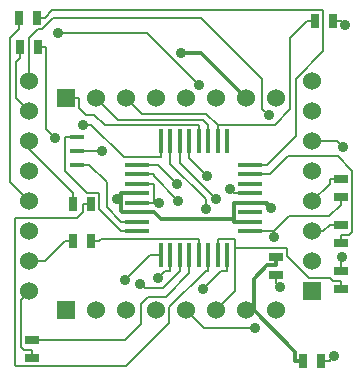
<source format=gtl>
G04 (created by PCBNEW-RS274X (2011-05-25)-stable) date Fri 25 Jan 2013 04:31:27 PM PST*
G01*
G70*
G90*
%MOIN*%
G04 Gerber Fmt 3.4, Leading zero omitted, Abs format*
%FSLAX34Y34*%
G04 APERTURE LIST*
%ADD10C,0.006000*%
%ADD11C,0.000100*%
%ADD12R,0.051200X0.015700*%
%ADD13R,0.025000X0.045000*%
%ADD14R,0.045000X0.025000*%
%ADD15R,0.078700X0.017700*%
%ADD16R,0.017700X0.078700*%
%ADD17C,0.060000*%
%ADD18R,0.060000X0.060000*%
%ADD19C,0.035000*%
%ADD20C,0.008000*%
%ADD21C,0.012000*%
G04 APERTURE END LIST*
G54D10*
G54D11*
G36*
X51076Y-37754D02*
X51076Y-37754D01*
X51076Y-37754D01*
X51076Y-37754D01*
X51076Y-37754D01*
X51076Y-37754D01*
X51076Y-37754D01*
X51076Y-37754D01*
X51076Y-37754D01*
X51076Y-37754D01*
X51076Y-37754D01*
X51076Y-37754D01*
X51076Y-37754D01*
X51076Y-37754D01*
X51076Y-37754D01*
X51076Y-37754D01*
X51076Y-37754D01*
X51076Y-37754D01*
X51076Y-37754D01*
X51076Y-37754D01*
X51076Y-37754D01*
X51076Y-37754D01*
X51076Y-37754D01*
X51076Y-37754D01*
X51076Y-37754D01*
X51076Y-37754D01*
X51076Y-37754D01*
X51076Y-37754D01*
X51076Y-37754D01*
X51076Y-37754D01*
X51076Y-37754D01*
X51076Y-37754D01*
X51076Y-37754D01*
X51076Y-37754D01*
X51076Y-37754D01*
X51076Y-37754D01*
X51076Y-37754D01*
X51076Y-37754D01*
X51076Y-37754D01*
X51076Y-37754D01*
X51076Y-37754D01*
X51076Y-37754D01*
X51076Y-37754D01*
X51076Y-37754D01*
X51076Y-37754D01*
X51076Y-37754D01*
X51076Y-37754D01*
X51076Y-37754D01*
X51076Y-37754D01*
X51076Y-37754D01*
X51076Y-37754D01*
X51076Y-37754D01*
X51076Y-37754D01*
X51076Y-37754D01*
X51076Y-37754D01*
X51076Y-37754D01*
X51076Y-37754D01*
X51076Y-37754D01*
X51076Y-37754D01*
X51076Y-37754D01*
X51076Y-37754D01*
X51076Y-37754D01*
X51076Y-37754D01*
X51076Y-37754D01*
X51076Y-37754D01*
X51076Y-37754D01*
X51076Y-37754D01*
X51076Y-37754D01*
X51076Y-37754D01*
X51076Y-37754D01*
X51076Y-37754D01*
X51076Y-37754D01*
X51076Y-37754D01*
X51076Y-37754D01*
X51076Y-37754D01*
X51076Y-37754D01*
X51076Y-37754D01*
X51076Y-37754D01*
X51076Y-37754D01*
X51076Y-37754D01*
X51076Y-37754D01*
X51076Y-37754D01*
X51076Y-37754D01*
X51076Y-37754D01*
X51076Y-37754D01*
X51076Y-37754D01*
X51076Y-37754D01*
X51076Y-37754D01*
X51076Y-37754D01*
X51076Y-37754D01*
X51076Y-37754D01*
X51076Y-37754D01*
X51076Y-37754D01*
X51076Y-37754D01*
X51076Y-37754D01*
X51076Y-37754D01*
X51076Y-37754D01*
X51076Y-37754D01*
X51076Y-37754D01*
X51076Y-37754D01*
X51076Y-37754D01*
X51076Y-37754D01*
X51076Y-37754D01*
X51076Y-37754D01*
X51076Y-37754D01*
X51076Y-37754D01*
X51076Y-37754D01*
X51076Y-37754D01*
X51076Y-37754D01*
X51076Y-37754D01*
X51076Y-37754D01*
X51076Y-37754D01*
X51076Y-37754D01*
X51076Y-37754D01*
X51076Y-37754D01*
X51076Y-37754D01*
X51076Y-37754D01*
X51076Y-37754D01*
X51076Y-37754D01*
X51076Y-37754D01*
X51076Y-37754D01*
X51076Y-37754D01*
X51076Y-37754D01*
X51076Y-37754D01*
X51076Y-37754D01*
X51076Y-37754D01*
X51076Y-37754D01*
X51076Y-37754D01*
X51076Y-37754D01*
X51076Y-37754D01*
X51076Y-37754D01*
X51076Y-37754D01*
X51076Y-37754D01*
X51076Y-37754D01*
X51076Y-37754D01*
X51076Y-37754D01*
X51076Y-37754D01*
X51076Y-37754D01*
X51076Y-37754D01*
X51076Y-37754D01*
X51076Y-37754D01*
X51076Y-37754D01*
X51076Y-37754D01*
X51076Y-37754D01*
X51076Y-37754D01*
X51076Y-37754D01*
X51076Y-37754D01*
X51076Y-37754D01*
X51076Y-37754D01*
X51076Y-37754D01*
X51076Y-37754D01*
X51076Y-37754D01*
X51076Y-37754D01*
X51076Y-37754D01*
X51076Y-37754D01*
X51076Y-37754D01*
X51076Y-37754D01*
X51076Y-37754D01*
X51076Y-37754D01*
X51076Y-37754D01*
X51076Y-37754D01*
X51076Y-37754D01*
X51076Y-37754D01*
X51076Y-37754D01*
X51076Y-37754D01*
X51076Y-37754D01*
X51076Y-37754D01*
X51076Y-37754D01*
X51076Y-37754D01*
X51076Y-37754D01*
X51076Y-37754D01*
X51076Y-37754D01*
X51076Y-37754D01*
X51076Y-37754D01*
X51076Y-37754D01*
X51076Y-37754D01*
X51076Y-37754D01*
X51076Y-37754D01*
X51076Y-37754D01*
X51076Y-37754D01*
X51076Y-37754D01*
X51076Y-37754D01*
X51076Y-37754D01*
X51076Y-37754D01*
X51076Y-37754D01*
X51076Y-37754D01*
X51076Y-37754D01*
X51076Y-37754D01*
X51076Y-37754D01*
X51076Y-37754D01*
X51076Y-37754D01*
X51076Y-37754D01*
X51076Y-37754D01*
X51076Y-37754D01*
X51076Y-37754D01*
X51076Y-37754D01*
X51076Y-37754D01*
G37*
G36*
X50202Y-38259D02*
X50202Y-38259D01*
X50202Y-38259D01*
X50202Y-38259D01*
X50202Y-38259D01*
X50202Y-38259D01*
X50202Y-38259D01*
X50202Y-38259D01*
X50202Y-38259D01*
X50202Y-38259D01*
X50202Y-38259D01*
X50202Y-38259D01*
X50202Y-38259D01*
X50202Y-38259D01*
X50202Y-38259D01*
X50202Y-38259D01*
X50202Y-38259D01*
X50202Y-38259D01*
X50202Y-38259D01*
X50202Y-38259D01*
G37*
G36*
X50672Y-38234D02*
X50672Y-38234D01*
X50672Y-38234D01*
X50672Y-38234D01*
X50672Y-38234D01*
X50672Y-38234D01*
X50672Y-38234D01*
X50672Y-38234D01*
X50672Y-38234D01*
X50672Y-38234D01*
X50672Y-38234D01*
X50672Y-38234D01*
X50672Y-38234D01*
X50672Y-38234D01*
X50672Y-38234D01*
X50672Y-38234D01*
X50672Y-38234D01*
X50672Y-38234D01*
X50672Y-38234D01*
X50672Y-38234D01*
X50672Y-38234D01*
X50672Y-38234D01*
X50672Y-38234D01*
G37*
G36*
X50815Y-38056D02*
X50815Y-38056D01*
X50815Y-38056D01*
X50815Y-38056D01*
X50815Y-38056D01*
X50815Y-38056D01*
X50815Y-38056D01*
X50815Y-38056D01*
X50815Y-38056D01*
X50815Y-38056D01*
X50815Y-38056D01*
X50815Y-38056D01*
X50815Y-38056D01*
X50815Y-38056D01*
X50815Y-38056D01*
X50815Y-38056D01*
X50815Y-38056D01*
X50815Y-38056D01*
X50815Y-38056D01*
X50815Y-38056D01*
X50815Y-38056D01*
X50815Y-38056D01*
X50815Y-38056D01*
X50815Y-38056D01*
X50815Y-38056D01*
G37*
G36*
X50071Y-38099D02*
X50071Y-38099D01*
X50071Y-38099D01*
X50071Y-38099D01*
X50071Y-38099D01*
X50071Y-38099D01*
X50071Y-38099D01*
X50071Y-38099D01*
X50071Y-38099D01*
X50071Y-38099D01*
X50071Y-38099D01*
X50071Y-38099D01*
X50071Y-38099D01*
X50071Y-38099D01*
X50071Y-38099D01*
X50071Y-38099D01*
X50071Y-38099D01*
X50071Y-38099D01*
X50071Y-38099D01*
X50071Y-38099D01*
X50071Y-38099D01*
X50071Y-38099D01*
X50071Y-38099D01*
G37*
G36*
X50855Y-37812D02*
X50855Y-37812D01*
X50855Y-37812D01*
X50855Y-37812D01*
X50855Y-37812D01*
X50855Y-37812D01*
X50855Y-37812D01*
X50855Y-37812D01*
X50855Y-37812D01*
X50855Y-37812D01*
X50855Y-37812D01*
X50855Y-37812D01*
X50855Y-37812D01*
X50855Y-37812D01*
X50855Y-37812D01*
X50855Y-37812D01*
X50855Y-37812D01*
X50855Y-37812D01*
X50855Y-37812D01*
X50855Y-37812D01*
X50855Y-37812D01*
X50855Y-37812D01*
X50855Y-37812D01*
X50855Y-37812D01*
G37*
G36*
X49991Y-37872D02*
X49991Y-37872D01*
X49991Y-37872D01*
X49991Y-37872D01*
X49991Y-37872D01*
X49991Y-37872D01*
X49991Y-37872D01*
X49991Y-37872D01*
X49991Y-37872D01*
X49991Y-37872D01*
X49991Y-37872D01*
X49991Y-37872D01*
X49991Y-37872D01*
X49991Y-37872D01*
X49991Y-37872D01*
X49991Y-37872D01*
X49991Y-37872D01*
X49991Y-37872D01*
X49991Y-37872D01*
X49991Y-37872D01*
X49991Y-37872D01*
X49991Y-37872D01*
G37*
G36*
X50834Y-37661D02*
X50834Y-37661D01*
X50834Y-37661D01*
X50834Y-37661D01*
X50834Y-37661D01*
X50834Y-37661D01*
X50834Y-37661D01*
X50834Y-37661D01*
X50834Y-37661D01*
X50834Y-37661D01*
X50834Y-37661D01*
X50834Y-37661D01*
X50834Y-37661D01*
X50834Y-37661D01*
X50834Y-37661D01*
X50834Y-37661D01*
X50834Y-37661D01*
X50834Y-37661D01*
X50834Y-37661D01*
X50834Y-37661D01*
G37*
G36*
X50029Y-37576D02*
X50029Y-37576D01*
X50029Y-37576D01*
X50029Y-37576D01*
X50029Y-37576D01*
X50029Y-37576D01*
X50029Y-37576D01*
X50029Y-37576D01*
X50029Y-37576D01*
X50029Y-37576D01*
X50029Y-37576D01*
X50029Y-37576D01*
X50029Y-37576D01*
X50029Y-37576D01*
X50029Y-37576D01*
X50029Y-37576D01*
X50029Y-37576D01*
X50029Y-37576D01*
X50029Y-37576D01*
X50029Y-37576D01*
X50029Y-37576D01*
X50029Y-37576D01*
X50029Y-37576D01*
G37*
G54D12*
X42559Y-31890D03*
X42559Y-31418D03*
X42559Y-32362D03*
G54D13*
X50487Y-27559D03*
X51087Y-27559D03*
G54D14*
X41043Y-38784D03*
X41043Y-38184D03*
G54D13*
X42417Y-34882D03*
X43017Y-34882D03*
X42417Y-33661D03*
X43017Y-33661D03*
G54D14*
X51339Y-35881D03*
X51339Y-36481D03*
G54D13*
X40629Y-28406D03*
X41229Y-28406D03*
G54D14*
X51339Y-32810D03*
X51339Y-33410D03*
X51339Y-34346D03*
X51339Y-34946D03*
G54D13*
X40602Y-27445D03*
X41202Y-27445D03*
G54D15*
X44561Y-34558D03*
X44561Y-34243D03*
X44561Y-33928D03*
X44561Y-33613D03*
X44561Y-33298D03*
X44561Y-32983D03*
X44561Y-32668D03*
X44561Y-32353D03*
X48327Y-32355D03*
X48327Y-34565D03*
X48327Y-34245D03*
X48327Y-33925D03*
X48327Y-33615D03*
X48327Y-33295D03*
X48327Y-32985D03*
X48327Y-32665D03*
G54D16*
X45345Y-31565D03*
X45659Y-31565D03*
X45975Y-31565D03*
X46289Y-31565D03*
X46605Y-31565D03*
X46919Y-31565D03*
X47235Y-31565D03*
X47549Y-31565D03*
X45347Y-35345D03*
X45657Y-35345D03*
X45977Y-35345D03*
X46287Y-35345D03*
X46597Y-35345D03*
X46917Y-35345D03*
X47237Y-35345D03*
X47557Y-35345D03*
G54D17*
X40945Y-29569D03*
X40945Y-30569D03*
X40945Y-31569D03*
X40945Y-32569D03*
X40945Y-33569D03*
X40945Y-34569D03*
X40945Y-35569D03*
X40945Y-36569D03*
G54D18*
X50394Y-36569D03*
G54D17*
X50394Y-35569D03*
X50394Y-34569D03*
X50394Y-33569D03*
X50394Y-32569D03*
X50394Y-31569D03*
X50394Y-30569D03*
X50394Y-29569D03*
G54D14*
X49173Y-35409D03*
X49173Y-36009D03*
G54D13*
X50094Y-38898D03*
X50694Y-38898D03*
G54D18*
X42169Y-30118D03*
G54D17*
X43169Y-30118D03*
X44169Y-30118D03*
X45169Y-30118D03*
X46169Y-30118D03*
X47169Y-30118D03*
X48169Y-30118D03*
X49169Y-30118D03*
G54D18*
X42169Y-37205D03*
G54D17*
X43169Y-37205D03*
X44169Y-37205D03*
X45169Y-37205D03*
X46169Y-37205D03*
X47169Y-37205D03*
X48169Y-37205D03*
X49169Y-37205D03*
G54D19*
X47644Y-33148D03*
X51101Y-38733D03*
X49320Y-36424D03*
X51490Y-27694D03*
X45285Y-33613D03*
X43373Y-31890D03*
X41823Y-31471D03*
X46752Y-36474D03*
X45926Y-33552D03*
X44139Y-36185D03*
X45229Y-36128D03*
X47190Y-33500D03*
X44658Y-36309D03*
X46847Y-33817D03*
X45864Y-32975D03*
X42740Y-31014D03*
X46883Y-32708D03*
X48946Y-30702D03*
X51400Y-31747D03*
X51368Y-35413D03*
X41918Y-27964D03*
X46600Y-29697D03*
X49101Y-34757D03*
X48469Y-37804D03*
X43889Y-33493D03*
X49010Y-33805D03*
X45999Y-28611D03*
G54D20*
X48327Y-33295D02*
X47791Y-33295D01*
X47791Y-33295D02*
X47644Y-33148D01*
X50694Y-38898D02*
X50962Y-38898D01*
X49173Y-36009D02*
X49173Y-36277D01*
X49173Y-36277D02*
X49320Y-36424D01*
X50962Y-38872D02*
X51101Y-38733D01*
X50962Y-38898D02*
X50962Y-38872D01*
X51087Y-27559D02*
X51355Y-27559D01*
X51490Y-27694D02*
X51355Y-27559D01*
X44561Y-33613D02*
X45098Y-33613D01*
X45098Y-33613D02*
X45285Y-33613D01*
X44561Y-32983D02*
X45098Y-32983D01*
X45098Y-33613D02*
X45098Y-32983D01*
X42559Y-31890D02*
X43373Y-31890D01*
X50748Y-34569D02*
X50971Y-34346D01*
X50394Y-34569D02*
X50748Y-34569D01*
X51339Y-34346D02*
X50971Y-34346D01*
X46605Y-31565D02*
X46605Y-31028D01*
X42169Y-30118D02*
X42612Y-30118D01*
X42612Y-30451D02*
X42612Y-30118D01*
X42842Y-30681D02*
X42612Y-30451D01*
X43125Y-30681D02*
X42842Y-30681D01*
X43472Y-31028D02*
X43125Y-30681D01*
X46605Y-31028D02*
X43472Y-31028D01*
X46919Y-31565D02*
X46919Y-31028D01*
X43896Y-30845D02*
X43169Y-30118D01*
X46736Y-30845D02*
X43896Y-30845D01*
X46919Y-31028D02*
X46736Y-30845D01*
X41497Y-31145D02*
X41497Y-28406D01*
X41823Y-31471D02*
X41497Y-31145D01*
X41229Y-28406D02*
X41497Y-28406D01*
X47345Y-35881D02*
X47557Y-35881D01*
X46752Y-36474D02*
X47345Y-35881D01*
X47557Y-35345D02*
X47557Y-35881D01*
X47237Y-35345D02*
X47237Y-34808D01*
X51339Y-36481D02*
X51339Y-36213D01*
X47821Y-36553D02*
X47821Y-35129D01*
X47169Y-37205D02*
X47821Y-36553D01*
X49521Y-35129D02*
X47821Y-35129D01*
X49543Y-35151D02*
X49521Y-35129D01*
X49543Y-35374D02*
X49543Y-35151D01*
X50294Y-36125D02*
X49543Y-35374D01*
X50983Y-36125D02*
X50294Y-36125D01*
X51071Y-36213D02*
X50983Y-36125D01*
X51339Y-36213D02*
X51071Y-36213D01*
X47774Y-34808D02*
X47237Y-34808D01*
X47821Y-34855D02*
X47774Y-34808D01*
X47821Y-35129D02*
X47821Y-34855D01*
X45098Y-32724D02*
X45098Y-32668D01*
X45926Y-33552D02*
X45098Y-32724D01*
X44561Y-32668D02*
X45098Y-32668D01*
X42559Y-31418D02*
X42160Y-31418D01*
X42160Y-32563D02*
X42160Y-31418D01*
X42872Y-33275D02*
X42160Y-32563D01*
X43265Y-33275D02*
X42872Y-33275D01*
X43287Y-33297D02*
X43265Y-33275D01*
X43287Y-33820D02*
X43287Y-33297D01*
X44025Y-34558D02*
X43287Y-33820D01*
X44561Y-34558D02*
X44025Y-34558D01*
X44979Y-35345D02*
X45347Y-35345D01*
X44139Y-36185D02*
X44979Y-35345D01*
X45657Y-35345D02*
X45657Y-35881D01*
X45476Y-35881D02*
X45229Y-36128D01*
X45657Y-35881D02*
X45476Y-35881D01*
X45975Y-32285D02*
X45975Y-31565D01*
X47190Y-33500D02*
X45975Y-32285D01*
X44816Y-36467D02*
X44658Y-36309D01*
X45401Y-36467D02*
X44816Y-36467D01*
X45977Y-35891D02*
X45401Y-36467D01*
X45977Y-35345D02*
X45977Y-35891D01*
X45659Y-32311D02*
X45659Y-31565D01*
X46847Y-33499D02*
X45659Y-32311D01*
X46847Y-33817D02*
X46847Y-33499D01*
X44134Y-38184D02*
X41043Y-38184D01*
X44669Y-37649D02*
X44134Y-38184D01*
X44669Y-37003D02*
X44669Y-37649D01*
X44911Y-36761D02*
X44669Y-37003D01*
X45495Y-36761D02*
X44911Y-36761D01*
X46287Y-35969D02*
X45495Y-36761D01*
X46287Y-35345D02*
X46287Y-35969D01*
X45242Y-32353D02*
X45864Y-32975D01*
X44561Y-32353D02*
X45242Y-32353D01*
X45345Y-31565D02*
X45345Y-32101D01*
X43026Y-31014D02*
X42740Y-31014D01*
X44113Y-32101D02*
X43026Y-31014D01*
X45345Y-32101D02*
X44113Y-32101D01*
X51607Y-34678D02*
X51339Y-34678D01*
X51708Y-34577D02*
X51607Y-34678D01*
X51708Y-32541D02*
X51708Y-34577D01*
X51236Y-32069D02*
X51708Y-32541D01*
X49567Y-32069D02*
X51236Y-32069D01*
X48971Y-32665D02*
X49567Y-32069D01*
X48327Y-32665D02*
X48971Y-32665D01*
X51339Y-34946D02*
X51339Y-34678D01*
X41725Y-27190D02*
X41470Y-27445D01*
X50734Y-27190D02*
X41725Y-27190D01*
X50756Y-27212D02*
X50734Y-27190D01*
X50756Y-28566D02*
X50756Y-27212D01*
X49845Y-29477D02*
X50756Y-28566D01*
X49845Y-31374D02*
X49845Y-29477D01*
X48864Y-32355D02*
X49845Y-31374D01*
X48327Y-32355D02*
X48864Y-32355D01*
X41202Y-27445D02*
X41470Y-27445D01*
X50487Y-27559D02*
X50219Y-27559D01*
X49137Y-31027D02*
X47235Y-31027D01*
X49661Y-30503D02*
X49137Y-31027D01*
X49661Y-28117D02*
X49661Y-30503D01*
X50219Y-27559D02*
X49661Y-28117D01*
X46858Y-30650D02*
X47235Y-31027D01*
X44701Y-30650D02*
X46858Y-30650D01*
X44169Y-30118D02*
X44701Y-30650D01*
X47235Y-31027D02*
X47235Y-31565D01*
X46289Y-31565D02*
X46289Y-32101D01*
X46289Y-32114D02*
X46883Y-32708D01*
X46289Y-32101D02*
X46289Y-32114D01*
X48725Y-30481D02*
X48946Y-30702D01*
X48725Y-29498D02*
X48725Y-30481D01*
X46689Y-27462D02*
X48725Y-29498D01*
X41737Y-27462D02*
X46689Y-27462D01*
X41385Y-27814D02*
X41737Y-27462D01*
X41249Y-27814D02*
X41385Y-27814D01*
X40945Y-28118D02*
X41249Y-27814D01*
X40945Y-29569D02*
X40945Y-28118D01*
X42749Y-33929D02*
X42749Y-33661D01*
X42553Y-34125D02*
X42749Y-33929D01*
X40493Y-34125D02*
X42553Y-34125D01*
X40471Y-34147D02*
X40493Y-34125D01*
X40471Y-39012D02*
X40471Y-34147D01*
X40512Y-39053D02*
X40471Y-39012D01*
X44189Y-39053D02*
X40512Y-39053D01*
X45615Y-37627D02*
X44189Y-39053D01*
X45615Y-37099D02*
X45615Y-37627D01*
X46833Y-35881D02*
X45615Y-37099D01*
X46917Y-35881D02*
X46833Y-35881D01*
X46917Y-35345D02*
X46917Y-35881D01*
X43017Y-33661D02*
X42749Y-33661D01*
X51339Y-35442D02*
X51339Y-35881D01*
X51368Y-35413D02*
X51339Y-35442D01*
X51222Y-31569D02*
X51400Y-31747D01*
X50394Y-31569D02*
X51222Y-31569D01*
X43359Y-34808D02*
X43285Y-34882D01*
X46597Y-34808D02*
X43359Y-34808D01*
X46597Y-35345D02*
X46597Y-34808D01*
X43017Y-34882D02*
X43285Y-34882D01*
X50971Y-32992D02*
X50971Y-32810D01*
X50394Y-33569D02*
X50971Y-32992D01*
X51339Y-32810D02*
X50971Y-32810D01*
X40495Y-28908D02*
X40629Y-28774D01*
X40495Y-30119D02*
X40495Y-28908D01*
X40945Y-30569D02*
X40495Y-30119D01*
X40629Y-28406D02*
X40629Y-28774D01*
X42417Y-33661D02*
X42417Y-33293D01*
X40945Y-31821D02*
X40945Y-31569D01*
X42417Y-33293D02*
X40945Y-31821D01*
X44867Y-27964D02*
X41918Y-27964D01*
X46600Y-29697D02*
X44867Y-27964D01*
X40602Y-27445D02*
X40602Y-27813D01*
X40305Y-32929D02*
X40945Y-33569D01*
X40305Y-28110D02*
X40305Y-32929D01*
X40602Y-27813D02*
X40305Y-28110D01*
X41462Y-35569D02*
X42149Y-34882D01*
X40945Y-35569D02*
X41462Y-35569D01*
X42417Y-34882D02*
X42149Y-34882D01*
X40775Y-38516D02*
X41043Y-38516D01*
X40674Y-38415D02*
X40775Y-38516D01*
X40674Y-36840D02*
X40674Y-38415D01*
X40945Y-36569D02*
X40674Y-36840D01*
X41043Y-38784D02*
X41043Y-38516D01*
X42559Y-32362D02*
X42958Y-32362D01*
X44012Y-34243D02*
X44561Y-34243D01*
X43529Y-33760D02*
X44012Y-34243D01*
X43529Y-32933D02*
X43529Y-33760D01*
X42958Y-32362D02*
X43529Y-32933D01*
X51339Y-33410D02*
X51339Y-33678D01*
X46768Y-37804D02*
X48469Y-37804D01*
X46169Y-37205D02*
X46768Y-37804D01*
X49101Y-34565D02*
X49101Y-34757D01*
X49597Y-34069D02*
X49101Y-34565D01*
X50948Y-34069D02*
X49597Y-34069D01*
X51339Y-33678D02*
X50948Y-34069D01*
X49101Y-34565D02*
X48327Y-34565D01*
G54D21*
X44561Y-33928D02*
X44283Y-33928D01*
X50094Y-38898D02*
X49806Y-38898D01*
X44561Y-33298D02*
X44005Y-33298D01*
X44005Y-33493D02*
X43889Y-33493D01*
X44005Y-33894D02*
X44005Y-33493D01*
X44039Y-33928D02*
X44005Y-33894D01*
X44283Y-33928D02*
X44039Y-33928D01*
X44005Y-33493D02*
X44005Y-33298D01*
X48049Y-33615D02*
X47771Y-33615D01*
X48049Y-33615D02*
X48327Y-33615D01*
X48884Y-33679D02*
X49010Y-33805D01*
X48884Y-33615D02*
X48884Y-33679D01*
X48327Y-33615D02*
X48884Y-33615D01*
X44561Y-33928D02*
X45118Y-33928D01*
X45345Y-34155D02*
X45118Y-33928D01*
X47771Y-34155D02*
X45345Y-34155D01*
X47771Y-33615D02*
X47771Y-34155D01*
X47771Y-34155D02*
X47771Y-34245D01*
X48327Y-34245D02*
X47771Y-34245D01*
X49173Y-35409D02*
X49173Y-35697D01*
X48430Y-37205D02*
X48169Y-37205D01*
X49806Y-38581D02*
X48430Y-37205D01*
X49806Y-38898D02*
X49806Y-38581D01*
X48885Y-35697D02*
X49173Y-35697D01*
X48430Y-36152D02*
X48885Y-35697D01*
X48430Y-37205D02*
X48430Y-36152D01*
X46662Y-28611D02*
X48169Y-30118D01*
X45999Y-28611D02*
X46662Y-28611D01*
M02*

</source>
